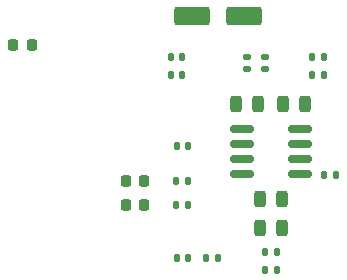
<source format=gbr>
%TF.GenerationSoftware,KiCad,Pcbnew,8.0.1*%
%TF.CreationDate,2024-04-14T22:55:27+02:00*%
%TF.ProjectId,printhead-pcb,7072696e-7468-4656-9164-2d7063622e6b,rev?*%
%TF.SameCoordinates,Original*%
%TF.FileFunction,Paste,Top*%
%TF.FilePolarity,Positive*%
%FSLAX46Y46*%
G04 Gerber Fmt 4.6, Leading zero omitted, Abs format (unit mm)*
G04 Created by KiCad (PCBNEW 8.0.1) date 2024-04-14 22:55:27*
%MOMM*%
%LPD*%
G01*
G04 APERTURE LIST*
G04 Aperture macros list*
%AMRoundRect*
0 Rectangle with rounded corners*
0 $1 Rounding radius*
0 $2 $3 $4 $5 $6 $7 $8 $9 X,Y pos of 4 corners*
0 Add a 4 corners polygon primitive as box body*
4,1,4,$2,$3,$4,$5,$6,$7,$8,$9,$2,$3,0*
0 Add four circle primitives for the rounded corners*
1,1,$1+$1,$2,$3*
1,1,$1+$1,$4,$5*
1,1,$1+$1,$6,$7*
1,1,$1+$1,$8,$9*
0 Add four rect primitives between the rounded corners*
20,1,$1+$1,$2,$3,$4,$5,0*
20,1,$1+$1,$4,$5,$6,$7,0*
20,1,$1+$1,$6,$7,$8,$9,0*
20,1,$1+$1,$8,$9,$2,$3,0*%
G04 Aperture macros list end*
%ADD10RoundRect,0.243750X-0.243750X-0.456250X0.243750X-0.456250X0.243750X0.456250X-0.243750X0.456250X0*%
%ADD11RoundRect,0.135000X-0.135000X-0.185000X0.135000X-0.185000X0.135000X0.185000X-0.135000X0.185000X0*%
%ADD12RoundRect,0.243750X0.243750X0.456250X-0.243750X0.456250X-0.243750X-0.456250X0.243750X-0.456250X0*%
%ADD13RoundRect,0.250000X-1.250000X-0.550000X1.250000X-0.550000X1.250000X0.550000X-1.250000X0.550000X0*%
%ADD14RoundRect,0.135000X0.135000X0.185000X-0.135000X0.185000X-0.135000X-0.185000X0.135000X-0.185000X0*%
%ADD15RoundRect,0.135000X0.185000X-0.135000X0.185000X0.135000X-0.185000X0.135000X-0.185000X-0.135000X0*%
%ADD16RoundRect,0.218750X-0.218750X-0.256250X0.218750X-0.256250X0.218750X0.256250X-0.218750X0.256250X0*%
%ADD17RoundRect,0.140000X0.140000X0.170000X-0.140000X0.170000X-0.140000X-0.170000X0.140000X-0.170000X0*%
%ADD18RoundRect,0.150000X-0.825000X-0.150000X0.825000X-0.150000X0.825000X0.150000X-0.825000X0.150000X0*%
%ADD19RoundRect,0.140000X-0.140000X-0.170000X0.140000X-0.170000X0.140000X0.170000X-0.140000X0.170000X0*%
G04 APERTURE END LIST*
D10*
%TO.C,D1*%
X131062500Y-67500000D03*
X132937500Y-67500000D03*
%TD*%
D11*
%TO.C,R14*%
X133490000Y-81500000D03*
X134510000Y-81500000D03*
%TD*%
D12*
%TO.C,D2*%
X134937500Y-78000000D03*
X133062500Y-78000000D03*
%TD*%
D11*
%TO.C,R18*%
X128480000Y-80500000D03*
X129500000Y-80500000D03*
%TD*%
D13*
%TO.C,C2*%
X127300000Y-60000000D03*
X131700000Y-60000000D03*
%TD*%
D14*
%TO.C,R16*%
X127010000Y-76000000D03*
X125990000Y-76000000D03*
%TD*%
D15*
%TO.C,R1*%
X132000000Y-64500000D03*
X132000000Y-63480000D03*
%TD*%
D16*
%TO.C,L1*%
X112212500Y-62500000D03*
X113787500Y-62500000D03*
%TD*%
D15*
%TO.C,R19*%
X133500000Y-64510000D03*
X133500000Y-63490000D03*
%TD*%
D17*
%TO.C,C10*%
X126980000Y-71000000D03*
X126020000Y-71000000D03*
%TD*%
D14*
%TO.C,R20*%
X134510000Y-80000000D03*
X133490000Y-80000000D03*
%TD*%
D11*
%TO.C,R17*%
X138490000Y-73500000D03*
X139510000Y-73500000D03*
%TD*%
D16*
%TO.C,L4*%
X121712500Y-76000000D03*
X123287500Y-76000000D03*
%TD*%
D11*
%TO.C,R3*%
X137490000Y-63500000D03*
X138510000Y-63500000D03*
%TD*%
D14*
%TO.C,R15*%
X127010000Y-74000000D03*
X125990000Y-74000000D03*
%TD*%
D12*
%TO.C,D4*%
X134937500Y-75500000D03*
X133062500Y-75500000D03*
%TD*%
%TO.C,D3*%
X136937500Y-67500000D03*
X135062500Y-67500000D03*
%TD*%
D16*
%TO.C,L3*%
X121712500Y-74000000D03*
X123287500Y-74000000D03*
%TD*%
D18*
%TO.C,U4*%
X131525000Y-69595000D03*
X131525000Y-70865000D03*
X131525000Y-72135000D03*
X131525000Y-73405000D03*
X136475000Y-73405000D03*
X136475000Y-72135000D03*
X136475000Y-70865000D03*
X136475000Y-69595000D03*
%TD*%
D17*
%TO.C,C11*%
X126980000Y-80500000D03*
X126020000Y-80500000D03*
%TD*%
D19*
%TO.C,C6*%
X125520000Y-65000000D03*
X126480000Y-65000000D03*
%TD*%
%TO.C,C8*%
X125520000Y-63500000D03*
X126480000Y-63500000D03*
%TD*%
D11*
%TO.C,R2*%
X137490000Y-65000000D03*
X138510000Y-65000000D03*
%TD*%
M02*

</source>
